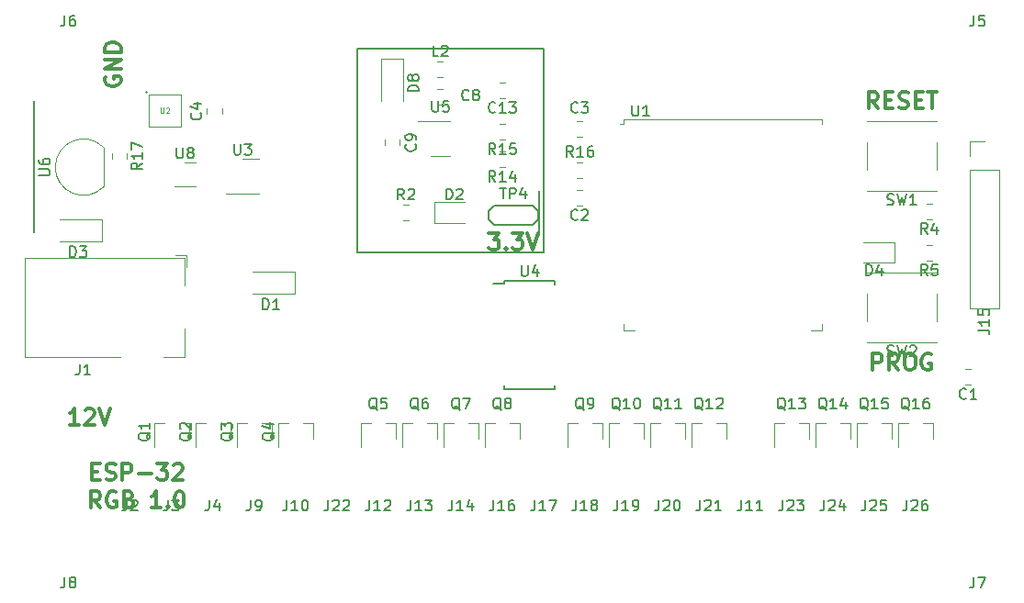
<source format=gbr>
G04 #@! TF.GenerationSoftware,KiCad,Pcbnew,(5.1.0-0)*
G04 #@! TF.CreationDate,2019-12-01T11:51:17+01:00*
G04 #@! TF.ProjectId,esp32,65737033-322e-46b6-9963-61645f706362,rev?*
G04 #@! TF.SameCoordinates,Original*
G04 #@! TF.FileFunction,Legend,Top*
G04 #@! TF.FilePolarity,Positive*
%FSLAX46Y46*%
G04 Gerber Fmt 4.6, Leading zero omitted, Abs format (unit mm)*
G04 Created by KiCad (PCBNEW (5.1.0-0)) date 2019-12-01 11:51:17*
%MOMM*%
%LPD*%
G04 APERTURE LIST*
%ADD10C,0.200000*%
%ADD11C,0.150000*%
%ADD12C,0.300000*%
%ADD13C,0.120000*%
%ADD14C,0.050000*%
G04 APERTURE END LIST*
D10*
X124587000Y-76708000D02*
X124587000Y-80772000D01*
D11*
X107845000Y-82390000D02*
X107845000Y-63594000D01*
X124990000Y-82390000D02*
X107845000Y-82390000D01*
X124990000Y-63594000D02*
X124990000Y-82390000D01*
X107845000Y-63594000D02*
X124990000Y-63594000D01*
X78000000Y-68420000D02*
X78000000Y-80485000D01*
D12*
X84594000Y-66166857D02*
X84522571Y-66309714D01*
X84522571Y-66524000D01*
X84594000Y-66738285D01*
X84736857Y-66881142D01*
X84879714Y-66952571D01*
X85165428Y-67024000D01*
X85379714Y-67024000D01*
X85665428Y-66952571D01*
X85808285Y-66881142D01*
X85951142Y-66738285D01*
X86022571Y-66524000D01*
X86022571Y-66381142D01*
X85951142Y-66166857D01*
X85879714Y-66095428D01*
X85379714Y-66095428D01*
X85379714Y-66381142D01*
X86022571Y-65452571D02*
X84522571Y-65452571D01*
X86022571Y-64595428D01*
X84522571Y-64595428D01*
X86022571Y-63881142D02*
X84522571Y-63881142D01*
X84522571Y-63524000D01*
X84594000Y-63309714D01*
X84736857Y-63166857D01*
X84879714Y-63095428D01*
X85165428Y-63024000D01*
X85379714Y-63024000D01*
X85665428Y-63095428D01*
X85808285Y-63166857D01*
X85951142Y-63309714D01*
X86022571Y-63524000D01*
X86022571Y-63881142D01*
X155331428Y-93228571D02*
X155331428Y-91728571D01*
X155902857Y-91728571D01*
X156045714Y-91800000D01*
X156117142Y-91871428D01*
X156188571Y-92014285D01*
X156188571Y-92228571D01*
X156117142Y-92371428D01*
X156045714Y-92442857D01*
X155902857Y-92514285D01*
X155331428Y-92514285D01*
X157688571Y-93228571D02*
X157188571Y-92514285D01*
X156831428Y-93228571D02*
X156831428Y-91728571D01*
X157402857Y-91728571D01*
X157545714Y-91800000D01*
X157617142Y-91871428D01*
X157688571Y-92014285D01*
X157688571Y-92228571D01*
X157617142Y-92371428D01*
X157545714Y-92442857D01*
X157402857Y-92514285D01*
X156831428Y-92514285D01*
X158617142Y-91728571D02*
X158902857Y-91728571D01*
X159045714Y-91800000D01*
X159188571Y-91942857D01*
X159260000Y-92228571D01*
X159260000Y-92728571D01*
X159188571Y-93014285D01*
X159045714Y-93157142D01*
X158902857Y-93228571D01*
X158617142Y-93228571D01*
X158474285Y-93157142D01*
X158331428Y-93014285D01*
X158260000Y-92728571D01*
X158260000Y-92228571D01*
X158331428Y-91942857D01*
X158474285Y-91800000D01*
X158617142Y-91728571D01*
X160688571Y-91800000D02*
X160545714Y-91728571D01*
X160331428Y-91728571D01*
X160117142Y-91800000D01*
X159974285Y-91942857D01*
X159902857Y-92085714D01*
X159831428Y-92371428D01*
X159831428Y-92585714D01*
X159902857Y-92871428D01*
X159974285Y-93014285D01*
X160117142Y-93157142D01*
X160331428Y-93228571D01*
X160474285Y-93228571D01*
X160688571Y-93157142D01*
X160760000Y-93085714D01*
X160760000Y-92585714D01*
X160474285Y-92585714D01*
X155831428Y-69098571D02*
X155331428Y-68384285D01*
X154974285Y-69098571D02*
X154974285Y-67598571D01*
X155545714Y-67598571D01*
X155688571Y-67670000D01*
X155760000Y-67741428D01*
X155831428Y-67884285D01*
X155831428Y-68098571D01*
X155760000Y-68241428D01*
X155688571Y-68312857D01*
X155545714Y-68384285D01*
X154974285Y-68384285D01*
X156474285Y-68312857D02*
X156974285Y-68312857D01*
X157188571Y-69098571D02*
X156474285Y-69098571D01*
X156474285Y-67598571D01*
X157188571Y-67598571D01*
X157760000Y-69027142D02*
X157974285Y-69098571D01*
X158331428Y-69098571D01*
X158474285Y-69027142D01*
X158545714Y-68955714D01*
X158617142Y-68812857D01*
X158617142Y-68670000D01*
X158545714Y-68527142D01*
X158474285Y-68455714D01*
X158331428Y-68384285D01*
X158045714Y-68312857D01*
X157902857Y-68241428D01*
X157831428Y-68170000D01*
X157760000Y-68027142D01*
X157760000Y-67884285D01*
X157831428Y-67741428D01*
X157902857Y-67670000D01*
X158045714Y-67598571D01*
X158402857Y-67598571D01*
X158617142Y-67670000D01*
X159260000Y-68312857D02*
X159760000Y-68312857D01*
X159974285Y-69098571D02*
X159260000Y-69098571D01*
X159260000Y-67598571D01*
X159974285Y-67598571D01*
X160402857Y-67598571D02*
X161260000Y-67598571D01*
X160831428Y-69098571D02*
X160831428Y-67598571D01*
X119959714Y-80585571D02*
X120888285Y-80585571D01*
X120388285Y-81157000D01*
X120602571Y-81157000D01*
X120745428Y-81228428D01*
X120816857Y-81299857D01*
X120888285Y-81442714D01*
X120888285Y-81799857D01*
X120816857Y-81942714D01*
X120745428Y-82014142D01*
X120602571Y-82085571D01*
X120174000Y-82085571D01*
X120031142Y-82014142D01*
X119959714Y-81942714D01*
X121531142Y-81942714D02*
X121602571Y-82014142D01*
X121531142Y-82085571D01*
X121459714Y-82014142D01*
X121531142Y-81942714D01*
X121531142Y-82085571D01*
X122102571Y-80585571D02*
X123031142Y-80585571D01*
X122531142Y-81157000D01*
X122745428Y-81157000D01*
X122888285Y-81228428D01*
X122959714Y-81299857D01*
X123031142Y-81442714D01*
X123031142Y-81799857D01*
X122959714Y-81942714D01*
X122888285Y-82014142D01*
X122745428Y-82085571D01*
X122316857Y-82085571D01*
X122174000Y-82014142D01*
X122102571Y-81942714D01*
X123459714Y-80585571D02*
X123959714Y-82085571D01*
X124459714Y-80585571D01*
X82151428Y-98308571D02*
X81294285Y-98308571D01*
X81722857Y-98308571D02*
X81722857Y-96808571D01*
X81580000Y-97022857D01*
X81437142Y-97165714D01*
X81294285Y-97237142D01*
X82722857Y-96951428D02*
X82794285Y-96880000D01*
X82937142Y-96808571D01*
X83294285Y-96808571D01*
X83437142Y-96880000D01*
X83508571Y-96951428D01*
X83580000Y-97094285D01*
X83580000Y-97237142D01*
X83508571Y-97451428D01*
X82651428Y-98308571D01*
X83580000Y-98308571D01*
X84008571Y-96808571D02*
X84508571Y-98308571D01*
X85008571Y-96808571D01*
X83382142Y-102597857D02*
X83882142Y-102597857D01*
X84096428Y-103383571D02*
X83382142Y-103383571D01*
X83382142Y-101883571D01*
X84096428Y-101883571D01*
X84667857Y-103312142D02*
X84882142Y-103383571D01*
X85239285Y-103383571D01*
X85382142Y-103312142D01*
X85453571Y-103240714D01*
X85525000Y-103097857D01*
X85525000Y-102955000D01*
X85453571Y-102812142D01*
X85382142Y-102740714D01*
X85239285Y-102669285D01*
X84953571Y-102597857D01*
X84810714Y-102526428D01*
X84739285Y-102455000D01*
X84667857Y-102312142D01*
X84667857Y-102169285D01*
X84739285Y-102026428D01*
X84810714Y-101955000D01*
X84953571Y-101883571D01*
X85310714Y-101883571D01*
X85525000Y-101955000D01*
X86167857Y-103383571D02*
X86167857Y-101883571D01*
X86739285Y-101883571D01*
X86882142Y-101955000D01*
X86953571Y-102026428D01*
X87025000Y-102169285D01*
X87025000Y-102383571D01*
X86953571Y-102526428D01*
X86882142Y-102597857D01*
X86739285Y-102669285D01*
X86167857Y-102669285D01*
X87667857Y-102812142D02*
X88810714Y-102812142D01*
X89382142Y-101883571D02*
X90310714Y-101883571D01*
X89810714Y-102455000D01*
X90025000Y-102455000D01*
X90167857Y-102526428D01*
X90239285Y-102597857D01*
X90310714Y-102740714D01*
X90310714Y-103097857D01*
X90239285Y-103240714D01*
X90167857Y-103312142D01*
X90025000Y-103383571D01*
X89596428Y-103383571D01*
X89453571Y-103312142D01*
X89382142Y-103240714D01*
X90882142Y-102026428D02*
X90953571Y-101955000D01*
X91096428Y-101883571D01*
X91453571Y-101883571D01*
X91596428Y-101955000D01*
X91667857Y-102026428D01*
X91739285Y-102169285D01*
X91739285Y-102312142D01*
X91667857Y-102526428D01*
X90810714Y-103383571D01*
X91739285Y-103383571D01*
X84132142Y-105933571D02*
X83632142Y-105219285D01*
X83275000Y-105933571D02*
X83275000Y-104433571D01*
X83846428Y-104433571D01*
X83989285Y-104505000D01*
X84060714Y-104576428D01*
X84132142Y-104719285D01*
X84132142Y-104933571D01*
X84060714Y-105076428D01*
X83989285Y-105147857D01*
X83846428Y-105219285D01*
X83275000Y-105219285D01*
X85560714Y-104505000D02*
X85417857Y-104433571D01*
X85203571Y-104433571D01*
X84989285Y-104505000D01*
X84846428Y-104647857D01*
X84775000Y-104790714D01*
X84703571Y-105076428D01*
X84703571Y-105290714D01*
X84775000Y-105576428D01*
X84846428Y-105719285D01*
X84989285Y-105862142D01*
X85203571Y-105933571D01*
X85346428Y-105933571D01*
X85560714Y-105862142D01*
X85632142Y-105790714D01*
X85632142Y-105290714D01*
X85346428Y-105290714D01*
X86775000Y-105147857D02*
X86989285Y-105219285D01*
X87060714Y-105290714D01*
X87132142Y-105433571D01*
X87132142Y-105647857D01*
X87060714Y-105790714D01*
X86989285Y-105862142D01*
X86846428Y-105933571D01*
X86275000Y-105933571D01*
X86275000Y-104433571D01*
X86775000Y-104433571D01*
X86917857Y-104505000D01*
X86989285Y-104576428D01*
X87060714Y-104719285D01*
X87060714Y-104862142D01*
X86989285Y-105005000D01*
X86917857Y-105076428D01*
X86775000Y-105147857D01*
X86275000Y-105147857D01*
X89703571Y-105933571D02*
X88846428Y-105933571D01*
X89275000Y-105933571D02*
X89275000Y-104433571D01*
X89132142Y-104647857D01*
X88989285Y-104790714D01*
X88846428Y-104862142D01*
X90346428Y-105790714D02*
X90417857Y-105862142D01*
X90346428Y-105933571D01*
X90275000Y-105862142D01*
X90346428Y-105790714D01*
X90346428Y-105933571D01*
X91346428Y-104433571D02*
X91489285Y-104433571D01*
X91632142Y-104505000D01*
X91703571Y-104576428D01*
X91775000Y-104719285D01*
X91846428Y-105005000D01*
X91846428Y-105362142D01*
X91775000Y-105647857D01*
X91703571Y-105790714D01*
X91632142Y-105862142D01*
X91489285Y-105933571D01*
X91346428Y-105933571D01*
X91203571Y-105862142D01*
X91132142Y-105790714D01*
X91060714Y-105647857D01*
X90989285Y-105362142D01*
X90989285Y-105005000D01*
X91060714Y-104719285D01*
X91132142Y-104576428D01*
X91203571Y-104505000D01*
X91346428Y-104433571D01*
D13*
X132380000Y-88950000D02*
X132380000Y-89570000D01*
X132380000Y-89570000D02*
X133380000Y-89570000D01*
X150620000Y-88950000D02*
X150620000Y-89570000D01*
X150620000Y-89570000D02*
X149620000Y-89570000D01*
X132380000Y-70130000D02*
X150620000Y-70130000D01*
X150620000Y-70130000D02*
X150620000Y-70550000D01*
X132380000Y-70130000D02*
X132380000Y-70550000D01*
X132380000Y-70550000D02*
X132000000Y-70550000D01*
X84314000Y-81358000D02*
X80414000Y-81358000D01*
X84314000Y-79358000D02*
X80414000Y-79358000D01*
X84314000Y-81358000D02*
X84314000Y-79358000D01*
X102094000Y-86184000D02*
X98194000Y-86184000D01*
X102094000Y-84184000D02*
X98194000Y-84184000D01*
X102094000Y-86184000D02*
X102094000Y-84184000D01*
X84410478Y-72677522D02*
G75*
G03X79972000Y-74516000I-1838478J-1838478D01*
G01*
X84410478Y-76354478D02*
G75*
G02X79972000Y-74516000I-1838478J1838478D01*
G01*
X84422000Y-76316000D02*
X84422000Y-72716000D01*
D11*
X121395000Y-85260000D02*
X120320000Y-85260000D01*
X121395000Y-94985000D02*
X126045000Y-94985000D01*
X121395000Y-85035000D02*
X126045000Y-85035000D01*
X121395000Y-94985000D02*
X121395000Y-94660000D01*
X126045000Y-94985000D02*
X126045000Y-94660000D01*
X126045000Y-85035000D02*
X126045000Y-85360000D01*
X121395000Y-85035000D02*
X121395000Y-85260000D01*
D13*
X160860000Y-98140000D02*
X160860000Y-99600000D01*
X157700000Y-98140000D02*
X157700000Y-100300000D01*
X157700000Y-98140000D02*
X158630000Y-98140000D01*
X160860000Y-98140000D02*
X159930000Y-98140000D01*
X157050000Y-98140000D02*
X157050000Y-99600000D01*
X153890000Y-98140000D02*
X153890000Y-100300000D01*
X153890000Y-98140000D02*
X154820000Y-98140000D01*
X157050000Y-98140000D02*
X156120000Y-98140000D01*
X153240000Y-98140000D02*
X153240000Y-99600000D01*
X150080000Y-98140000D02*
X150080000Y-100300000D01*
X150080000Y-98140000D02*
X151010000Y-98140000D01*
X153240000Y-98140000D02*
X152310000Y-98140000D01*
X149430000Y-98140000D02*
X149430000Y-99600000D01*
X146270000Y-98140000D02*
X146270000Y-100300000D01*
X146270000Y-98140000D02*
X147200000Y-98140000D01*
X149430000Y-98140000D02*
X148500000Y-98140000D01*
X141810000Y-98140000D02*
X141810000Y-99600000D01*
X138650000Y-98140000D02*
X138650000Y-100300000D01*
X138650000Y-98140000D02*
X139580000Y-98140000D01*
X141810000Y-98140000D02*
X140880000Y-98140000D01*
X138000000Y-98140000D02*
X138000000Y-99600000D01*
X134840000Y-98140000D02*
X134840000Y-100300000D01*
X134840000Y-98140000D02*
X135770000Y-98140000D01*
X138000000Y-98140000D02*
X137070000Y-98140000D01*
X134190000Y-98140000D02*
X134190000Y-99600000D01*
X131030000Y-98140000D02*
X131030000Y-100300000D01*
X131030000Y-98140000D02*
X131960000Y-98140000D01*
X134190000Y-98140000D02*
X133260000Y-98140000D01*
X130380000Y-98140000D02*
X130380000Y-99600000D01*
X127220000Y-98140000D02*
X127220000Y-100300000D01*
X127220000Y-98140000D02*
X128150000Y-98140000D01*
X130380000Y-98140000D02*
X129450000Y-98140000D01*
X122760000Y-98140000D02*
X122760000Y-99600000D01*
X119600000Y-98140000D02*
X119600000Y-100300000D01*
X119600000Y-98140000D02*
X120530000Y-98140000D01*
X122760000Y-98140000D02*
X121830000Y-98140000D01*
X118950000Y-98140000D02*
X118950000Y-99600000D01*
X115790000Y-98140000D02*
X115790000Y-100300000D01*
X115790000Y-98140000D02*
X116720000Y-98140000D01*
X118950000Y-98140000D02*
X118020000Y-98140000D01*
X115140000Y-98140000D02*
X115140000Y-99600000D01*
X111980000Y-98140000D02*
X111980000Y-100300000D01*
X111980000Y-98140000D02*
X112910000Y-98140000D01*
X115140000Y-98140000D02*
X114210000Y-98140000D01*
X111330000Y-98140000D02*
X111330000Y-99600000D01*
X108170000Y-98140000D02*
X108170000Y-100300000D01*
X108170000Y-98140000D02*
X109100000Y-98140000D01*
X111330000Y-98140000D02*
X110400000Y-98140000D01*
X103710000Y-98140000D02*
X103710000Y-99600000D01*
X100550000Y-98140000D02*
X100550000Y-100300000D01*
X100550000Y-98140000D02*
X101480000Y-98140000D01*
X103710000Y-98140000D02*
X102780000Y-98140000D01*
X99900000Y-98140000D02*
X99900000Y-99600000D01*
X96740000Y-98140000D02*
X96740000Y-100300000D01*
X96740000Y-98140000D02*
X97670000Y-98140000D01*
X99900000Y-98140000D02*
X98970000Y-98140000D01*
X96090000Y-98140000D02*
X96090000Y-99600000D01*
X92930000Y-98140000D02*
X92930000Y-100300000D01*
X92930000Y-98140000D02*
X93860000Y-98140000D01*
X96090000Y-98140000D02*
X95160000Y-98140000D01*
X92280000Y-98140000D02*
X92280000Y-99600000D01*
X89120000Y-98140000D02*
X89120000Y-100300000D01*
X89120000Y-98140000D02*
X90050000Y-98140000D01*
X92280000Y-98140000D02*
X91350000Y-98140000D01*
X90922500Y-76294000D02*
X92922500Y-76294000D01*
X91922500Y-74074000D02*
X92922500Y-74074000D01*
X85164000Y-73238748D02*
X85164000Y-73761252D01*
X86584000Y-73238748D02*
X86584000Y-73761252D01*
X128030748Y-75480000D02*
X128553252Y-75480000D01*
X128030748Y-74060000D02*
X128553252Y-74060000D01*
X112020000Y-64519000D02*
X112020000Y-68419000D01*
X110020000Y-64519000D02*
X110020000Y-68419000D01*
X112020000Y-64519000D02*
X110020000Y-64519000D01*
X116365000Y-70239000D02*
X113415000Y-70239000D01*
X114565000Y-73459000D02*
X116365000Y-73459000D01*
X121441252Y-70504000D02*
X120918748Y-70504000D01*
X121441252Y-71924000D02*
X120918748Y-71924000D01*
X121441252Y-73044000D02*
X120918748Y-73044000D01*
X121441252Y-74464000D02*
X120918748Y-74464000D01*
X115203748Y-66209000D02*
X115726252Y-66209000D01*
X115203748Y-64789000D02*
X115726252Y-64789000D01*
X121441252Y-66694000D02*
X120918748Y-66694000D01*
X121441252Y-68114000D02*
X120918748Y-68114000D01*
X115726252Y-67329000D02*
X115203748Y-67329000D01*
X115726252Y-68749000D02*
X115203748Y-68749000D01*
X111730000Y-72500252D02*
X111730000Y-71977748D01*
X110310000Y-72500252D02*
X110310000Y-71977748D01*
X160811252Y-81680000D02*
X160288748Y-81680000D01*
X160811252Y-83100000D02*
X160288748Y-83100000D01*
X112037748Y-79417000D02*
X112560252Y-79417000D01*
X112037748Y-77997000D02*
X112560252Y-77997000D01*
X157330000Y-81430000D02*
X154470000Y-81430000D01*
X157330000Y-83350000D02*
X157330000Y-81430000D01*
X154470000Y-83350000D02*
X157330000Y-83350000D01*
X114884000Y-79667000D02*
X117744000Y-79667000D01*
X114884000Y-77747000D02*
X114884000Y-79667000D01*
X117744000Y-77747000D02*
X114884000Y-77747000D01*
X160811252Y-77870000D02*
X160288748Y-77870000D01*
X160811252Y-79290000D02*
X160288748Y-79290000D01*
X164376252Y-93110000D02*
X163853748Y-93110000D01*
X164376252Y-94530000D02*
X163853748Y-94530000D01*
X128553252Y-76600000D02*
X128030748Y-76600000D01*
X128553252Y-78020000D02*
X128030748Y-78020000D01*
X161240000Y-70270000D02*
X154780000Y-70270000D01*
X161240000Y-74800000D02*
X161240000Y-72200000D01*
X161240000Y-76730000D02*
X154780000Y-76730000D01*
X154780000Y-74800000D02*
X154780000Y-72200000D01*
X161240000Y-76700000D02*
X161240000Y-76730000D01*
X161240000Y-70270000D02*
X161240000Y-70300000D01*
X154780000Y-70270000D02*
X154780000Y-70300000D01*
X154780000Y-76730000D02*
X154780000Y-76700000D01*
X154780000Y-90700000D02*
X154780000Y-90670000D01*
X154780000Y-84240000D02*
X154780000Y-84270000D01*
X161240000Y-84240000D02*
X161240000Y-84270000D01*
X161240000Y-90670000D02*
X161240000Y-90700000D01*
X154780000Y-88770000D02*
X154780000Y-86170000D01*
X161240000Y-90700000D02*
X154780000Y-90700000D01*
X161240000Y-88770000D02*
X161240000Y-86170000D01*
X161240000Y-84240000D02*
X154780000Y-84240000D01*
X95355000Y-69605252D02*
X95355000Y-69082748D01*
X93935000Y-69605252D02*
X93935000Y-69082748D01*
X128553252Y-70250000D02*
X128030748Y-70250000D01*
X128553252Y-71670000D02*
X128030748Y-71670000D01*
D11*
X119896000Y-78561000D02*
X120396000Y-78061000D01*
X119896000Y-79361000D02*
X119896000Y-78561000D01*
X120396000Y-79861000D02*
X119896000Y-79361000D01*
X123996000Y-79861000D02*
X120396000Y-79861000D01*
X124496000Y-79361000D02*
X123996000Y-79861000D01*
X124496000Y-78561000D02*
X124496000Y-79361000D01*
X123996000Y-78061000D02*
X124496000Y-78561000D01*
X120396000Y-78061000D02*
X123996000Y-78061000D01*
D13*
X92085000Y-83720000D02*
X92085000Y-82670000D01*
X91035000Y-82670000D02*
X92085000Y-82670000D01*
X85985000Y-92070000D02*
X77185000Y-92070000D01*
X77185000Y-92070000D02*
X77185000Y-82870000D01*
X91885000Y-89370000D02*
X91885000Y-92070000D01*
X91885000Y-92070000D02*
X89985000Y-92070000D01*
X77185000Y-82870000D02*
X91885000Y-82870000D01*
X91885000Y-82870000D02*
X91885000Y-85470000D01*
X97225000Y-73764000D02*
X98725000Y-73764000D01*
X95725000Y-76984000D02*
X98725000Y-76984000D01*
X164300000Y-72170000D02*
X165630000Y-72170000D01*
X164300000Y-73500000D02*
X164300000Y-72170000D01*
X164300000Y-74770000D02*
X166960000Y-74770000D01*
X166960000Y-74770000D02*
X166960000Y-87530000D01*
X164300000Y-74770000D02*
X164300000Y-87530000D01*
X164300000Y-87530000D02*
X166960000Y-87530000D01*
D14*
X88565000Y-70809000D02*
X88565000Y-67809000D01*
X91565000Y-70809000D02*
X88565000Y-70809000D01*
X91565000Y-67809000D02*
X91565000Y-70809000D01*
X88565000Y-67809000D02*
X91565000Y-67809000D01*
X88465000Y-67609000D02*
G75*
G03X88465000Y-67609000I-100000J0D01*
G01*
D11*
X133158095Y-68802380D02*
X133158095Y-69611904D01*
X133205714Y-69707142D01*
X133253333Y-69754761D01*
X133348571Y-69802380D01*
X133539047Y-69802380D01*
X133634285Y-69754761D01*
X133681904Y-69707142D01*
X133729523Y-69611904D01*
X133729523Y-68802380D01*
X134729523Y-69802380D02*
X134158095Y-69802380D01*
X134443809Y-69802380D02*
X134443809Y-68802380D01*
X134348571Y-68945238D01*
X134253333Y-69040476D01*
X134158095Y-69088095D01*
X81325904Y-82810380D02*
X81325904Y-81810380D01*
X81564000Y-81810380D01*
X81706857Y-81858000D01*
X81802095Y-81953238D01*
X81849714Y-82048476D01*
X81897333Y-82238952D01*
X81897333Y-82381809D01*
X81849714Y-82572285D01*
X81802095Y-82667523D01*
X81706857Y-82762761D01*
X81564000Y-82810380D01*
X81325904Y-82810380D01*
X82230666Y-81810380D02*
X82849714Y-81810380D01*
X82516380Y-82191333D01*
X82659238Y-82191333D01*
X82754476Y-82238952D01*
X82802095Y-82286571D01*
X82849714Y-82381809D01*
X82849714Y-82619904D01*
X82802095Y-82715142D01*
X82754476Y-82762761D01*
X82659238Y-82810380D01*
X82373523Y-82810380D01*
X82278285Y-82762761D01*
X82230666Y-82715142D01*
X99105904Y-87636380D02*
X99105904Y-86636380D01*
X99344000Y-86636380D01*
X99486857Y-86684000D01*
X99582095Y-86779238D01*
X99629714Y-86874476D01*
X99677333Y-87064952D01*
X99677333Y-87207809D01*
X99629714Y-87398285D01*
X99582095Y-87493523D01*
X99486857Y-87588761D01*
X99344000Y-87636380D01*
X99105904Y-87636380D01*
X100629714Y-87636380D02*
X100058285Y-87636380D01*
X100344000Y-87636380D02*
X100344000Y-86636380D01*
X100248761Y-86779238D01*
X100153523Y-86874476D01*
X100058285Y-86922095D01*
X78464380Y-75277904D02*
X79273904Y-75277904D01*
X79369142Y-75230285D01*
X79416761Y-75182666D01*
X79464380Y-75087428D01*
X79464380Y-74896952D01*
X79416761Y-74801714D01*
X79369142Y-74754095D01*
X79273904Y-74706476D01*
X78464380Y-74706476D01*
X78464380Y-73801714D02*
X78464380Y-73992190D01*
X78512000Y-74087428D01*
X78559619Y-74135047D01*
X78702476Y-74230285D01*
X78892952Y-74277904D01*
X79273904Y-74277904D01*
X79369142Y-74230285D01*
X79416761Y-74182666D01*
X79464380Y-74087428D01*
X79464380Y-73896952D01*
X79416761Y-73801714D01*
X79369142Y-73754095D01*
X79273904Y-73706476D01*
X79035809Y-73706476D01*
X78940571Y-73754095D01*
X78892952Y-73801714D01*
X78845333Y-73896952D01*
X78845333Y-74087428D01*
X78892952Y-74182666D01*
X78940571Y-74230285D01*
X79035809Y-74277904D01*
X105130476Y-105202380D02*
X105130476Y-105916666D01*
X105082857Y-106059523D01*
X104987619Y-106154761D01*
X104844761Y-106202380D01*
X104749523Y-106202380D01*
X105559047Y-105297619D02*
X105606666Y-105250000D01*
X105701904Y-105202380D01*
X105940000Y-105202380D01*
X106035238Y-105250000D01*
X106082857Y-105297619D01*
X106130476Y-105392857D01*
X106130476Y-105488095D01*
X106082857Y-105630952D01*
X105511428Y-106202380D01*
X106130476Y-106202380D01*
X106511428Y-105297619D02*
X106559047Y-105250000D01*
X106654285Y-105202380D01*
X106892380Y-105202380D01*
X106987619Y-105250000D01*
X107035238Y-105297619D01*
X107082857Y-105392857D01*
X107082857Y-105488095D01*
X107035238Y-105630952D01*
X106463809Y-106202380D01*
X107082857Y-106202380D01*
X124180476Y-105202380D02*
X124180476Y-105916666D01*
X124132857Y-106059523D01*
X124037619Y-106154761D01*
X123894761Y-106202380D01*
X123799523Y-106202380D01*
X125180476Y-106202380D02*
X124609047Y-106202380D01*
X124894761Y-106202380D02*
X124894761Y-105202380D01*
X124799523Y-105345238D01*
X124704285Y-105440476D01*
X124609047Y-105488095D01*
X125513809Y-105202380D02*
X126180476Y-105202380D01*
X125751904Y-106202380D01*
X143230476Y-105202380D02*
X143230476Y-105916666D01*
X143182857Y-106059523D01*
X143087619Y-106154761D01*
X142944761Y-106202380D01*
X142849523Y-106202380D01*
X144230476Y-106202380D02*
X143659047Y-106202380D01*
X143944761Y-106202380D02*
X143944761Y-105202380D01*
X143849523Y-105345238D01*
X143754285Y-105440476D01*
X143659047Y-105488095D01*
X145182857Y-106202380D02*
X144611428Y-106202380D01*
X144897142Y-106202380D02*
X144897142Y-105202380D01*
X144801904Y-105345238D01*
X144706666Y-105440476D01*
X144611428Y-105488095D01*
X94176666Y-105202380D02*
X94176666Y-105916666D01*
X94129047Y-106059523D01*
X94033809Y-106154761D01*
X93890952Y-106202380D01*
X93795714Y-106202380D01*
X95081428Y-105535714D02*
X95081428Y-106202380D01*
X94843333Y-105154761D02*
X94605238Y-105869047D01*
X95224285Y-105869047D01*
X90366666Y-105202380D02*
X90366666Y-105916666D01*
X90319047Y-106059523D01*
X90223809Y-106154761D01*
X90080952Y-106202380D01*
X89985714Y-106202380D01*
X90747619Y-105202380D02*
X91366666Y-105202380D01*
X91033333Y-105583333D01*
X91176190Y-105583333D01*
X91271428Y-105630952D01*
X91319047Y-105678571D01*
X91366666Y-105773809D01*
X91366666Y-106011904D01*
X91319047Y-106107142D01*
X91271428Y-106154761D01*
X91176190Y-106202380D01*
X90890476Y-106202380D01*
X90795238Y-106154761D01*
X90747619Y-106107142D01*
X86556666Y-105202380D02*
X86556666Y-105916666D01*
X86509047Y-106059523D01*
X86413809Y-106154761D01*
X86270952Y-106202380D01*
X86175714Y-106202380D01*
X86985238Y-105297619D02*
X87032857Y-105250000D01*
X87128095Y-105202380D01*
X87366190Y-105202380D01*
X87461428Y-105250000D01*
X87509047Y-105297619D01*
X87556666Y-105392857D01*
X87556666Y-105488095D01*
X87509047Y-105630952D01*
X86937619Y-106202380D01*
X87556666Y-106202380D01*
X122958095Y-83562380D02*
X122958095Y-84371904D01*
X123005714Y-84467142D01*
X123053333Y-84514761D01*
X123148571Y-84562380D01*
X123339047Y-84562380D01*
X123434285Y-84514761D01*
X123481904Y-84467142D01*
X123529523Y-84371904D01*
X123529523Y-83562380D01*
X124434285Y-83895714D02*
X124434285Y-84562380D01*
X124196190Y-83514761D02*
X123958095Y-84229047D01*
X124577142Y-84229047D01*
X158708571Y-96907619D02*
X158613333Y-96860000D01*
X158518095Y-96764761D01*
X158375238Y-96621904D01*
X158280000Y-96574285D01*
X158184761Y-96574285D01*
X158232380Y-96812380D02*
X158137142Y-96764761D01*
X158041904Y-96669523D01*
X157994285Y-96479047D01*
X157994285Y-96145714D01*
X158041904Y-95955238D01*
X158137142Y-95860000D01*
X158232380Y-95812380D01*
X158422857Y-95812380D01*
X158518095Y-95860000D01*
X158613333Y-95955238D01*
X158660952Y-96145714D01*
X158660952Y-96479047D01*
X158613333Y-96669523D01*
X158518095Y-96764761D01*
X158422857Y-96812380D01*
X158232380Y-96812380D01*
X159613333Y-96812380D02*
X159041904Y-96812380D01*
X159327619Y-96812380D02*
X159327619Y-95812380D01*
X159232380Y-95955238D01*
X159137142Y-96050476D01*
X159041904Y-96098095D01*
X160470476Y-95812380D02*
X160280000Y-95812380D01*
X160184761Y-95860000D01*
X160137142Y-95907619D01*
X160041904Y-96050476D01*
X159994285Y-96240952D01*
X159994285Y-96621904D01*
X160041904Y-96717142D01*
X160089523Y-96764761D01*
X160184761Y-96812380D01*
X160375238Y-96812380D01*
X160470476Y-96764761D01*
X160518095Y-96717142D01*
X160565714Y-96621904D01*
X160565714Y-96383809D01*
X160518095Y-96288571D01*
X160470476Y-96240952D01*
X160375238Y-96193333D01*
X160184761Y-96193333D01*
X160089523Y-96240952D01*
X160041904Y-96288571D01*
X159994285Y-96383809D01*
X154898571Y-96907619D02*
X154803333Y-96860000D01*
X154708095Y-96764761D01*
X154565238Y-96621904D01*
X154470000Y-96574285D01*
X154374761Y-96574285D01*
X154422380Y-96812380D02*
X154327142Y-96764761D01*
X154231904Y-96669523D01*
X154184285Y-96479047D01*
X154184285Y-96145714D01*
X154231904Y-95955238D01*
X154327142Y-95860000D01*
X154422380Y-95812380D01*
X154612857Y-95812380D01*
X154708095Y-95860000D01*
X154803333Y-95955238D01*
X154850952Y-96145714D01*
X154850952Y-96479047D01*
X154803333Y-96669523D01*
X154708095Y-96764761D01*
X154612857Y-96812380D01*
X154422380Y-96812380D01*
X155803333Y-96812380D02*
X155231904Y-96812380D01*
X155517619Y-96812380D02*
X155517619Y-95812380D01*
X155422380Y-95955238D01*
X155327142Y-96050476D01*
X155231904Y-96098095D01*
X156708095Y-95812380D02*
X156231904Y-95812380D01*
X156184285Y-96288571D01*
X156231904Y-96240952D01*
X156327142Y-96193333D01*
X156565238Y-96193333D01*
X156660476Y-96240952D01*
X156708095Y-96288571D01*
X156755714Y-96383809D01*
X156755714Y-96621904D01*
X156708095Y-96717142D01*
X156660476Y-96764761D01*
X156565238Y-96812380D01*
X156327142Y-96812380D01*
X156231904Y-96764761D01*
X156184285Y-96717142D01*
X151088571Y-96907619D02*
X150993333Y-96860000D01*
X150898095Y-96764761D01*
X150755238Y-96621904D01*
X150660000Y-96574285D01*
X150564761Y-96574285D01*
X150612380Y-96812380D02*
X150517142Y-96764761D01*
X150421904Y-96669523D01*
X150374285Y-96479047D01*
X150374285Y-96145714D01*
X150421904Y-95955238D01*
X150517142Y-95860000D01*
X150612380Y-95812380D01*
X150802857Y-95812380D01*
X150898095Y-95860000D01*
X150993333Y-95955238D01*
X151040952Y-96145714D01*
X151040952Y-96479047D01*
X150993333Y-96669523D01*
X150898095Y-96764761D01*
X150802857Y-96812380D01*
X150612380Y-96812380D01*
X151993333Y-96812380D02*
X151421904Y-96812380D01*
X151707619Y-96812380D02*
X151707619Y-95812380D01*
X151612380Y-95955238D01*
X151517142Y-96050476D01*
X151421904Y-96098095D01*
X152850476Y-96145714D02*
X152850476Y-96812380D01*
X152612380Y-95764761D02*
X152374285Y-96479047D01*
X152993333Y-96479047D01*
X147278571Y-96907619D02*
X147183333Y-96860000D01*
X147088095Y-96764761D01*
X146945238Y-96621904D01*
X146850000Y-96574285D01*
X146754761Y-96574285D01*
X146802380Y-96812380D02*
X146707142Y-96764761D01*
X146611904Y-96669523D01*
X146564285Y-96479047D01*
X146564285Y-96145714D01*
X146611904Y-95955238D01*
X146707142Y-95860000D01*
X146802380Y-95812380D01*
X146992857Y-95812380D01*
X147088095Y-95860000D01*
X147183333Y-95955238D01*
X147230952Y-96145714D01*
X147230952Y-96479047D01*
X147183333Y-96669523D01*
X147088095Y-96764761D01*
X146992857Y-96812380D01*
X146802380Y-96812380D01*
X148183333Y-96812380D02*
X147611904Y-96812380D01*
X147897619Y-96812380D02*
X147897619Y-95812380D01*
X147802380Y-95955238D01*
X147707142Y-96050476D01*
X147611904Y-96098095D01*
X148516666Y-95812380D02*
X149135714Y-95812380D01*
X148802380Y-96193333D01*
X148945238Y-96193333D01*
X149040476Y-96240952D01*
X149088095Y-96288571D01*
X149135714Y-96383809D01*
X149135714Y-96621904D01*
X149088095Y-96717142D01*
X149040476Y-96764761D01*
X148945238Y-96812380D01*
X148659523Y-96812380D01*
X148564285Y-96764761D01*
X148516666Y-96717142D01*
X139658571Y-96907619D02*
X139563333Y-96860000D01*
X139468095Y-96764761D01*
X139325238Y-96621904D01*
X139230000Y-96574285D01*
X139134761Y-96574285D01*
X139182380Y-96812380D02*
X139087142Y-96764761D01*
X138991904Y-96669523D01*
X138944285Y-96479047D01*
X138944285Y-96145714D01*
X138991904Y-95955238D01*
X139087142Y-95860000D01*
X139182380Y-95812380D01*
X139372857Y-95812380D01*
X139468095Y-95860000D01*
X139563333Y-95955238D01*
X139610952Y-96145714D01*
X139610952Y-96479047D01*
X139563333Y-96669523D01*
X139468095Y-96764761D01*
X139372857Y-96812380D01*
X139182380Y-96812380D01*
X140563333Y-96812380D02*
X139991904Y-96812380D01*
X140277619Y-96812380D02*
X140277619Y-95812380D01*
X140182380Y-95955238D01*
X140087142Y-96050476D01*
X139991904Y-96098095D01*
X140944285Y-95907619D02*
X140991904Y-95860000D01*
X141087142Y-95812380D01*
X141325238Y-95812380D01*
X141420476Y-95860000D01*
X141468095Y-95907619D01*
X141515714Y-96002857D01*
X141515714Y-96098095D01*
X141468095Y-96240952D01*
X140896666Y-96812380D01*
X141515714Y-96812380D01*
X135848571Y-96907619D02*
X135753333Y-96860000D01*
X135658095Y-96764761D01*
X135515238Y-96621904D01*
X135420000Y-96574285D01*
X135324761Y-96574285D01*
X135372380Y-96812380D02*
X135277142Y-96764761D01*
X135181904Y-96669523D01*
X135134285Y-96479047D01*
X135134285Y-96145714D01*
X135181904Y-95955238D01*
X135277142Y-95860000D01*
X135372380Y-95812380D01*
X135562857Y-95812380D01*
X135658095Y-95860000D01*
X135753333Y-95955238D01*
X135800952Y-96145714D01*
X135800952Y-96479047D01*
X135753333Y-96669523D01*
X135658095Y-96764761D01*
X135562857Y-96812380D01*
X135372380Y-96812380D01*
X136753333Y-96812380D02*
X136181904Y-96812380D01*
X136467619Y-96812380D02*
X136467619Y-95812380D01*
X136372380Y-95955238D01*
X136277142Y-96050476D01*
X136181904Y-96098095D01*
X137705714Y-96812380D02*
X137134285Y-96812380D01*
X137420000Y-96812380D02*
X137420000Y-95812380D01*
X137324761Y-95955238D01*
X137229523Y-96050476D01*
X137134285Y-96098095D01*
X132038571Y-96907619D02*
X131943333Y-96860000D01*
X131848095Y-96764761D01*
X131705238Y-96621904D01*
X131610000Y-96574285D01*
X131514761Y-96574285D01*
X131562380Y-96812380D02*
X131467142Y-96764761D01*
X131371904Y-96669523D01*
X131324285Y-96479047D01*
X131324285Y-96145714D01*
X131371904Y-95955238D01*
X131467142Y-95860000D01*
X131562380Y-95812380D01*
X131752857Y-95812380D01*
X131848095Y-95860000D01*
X131943333Y-95955238D01*
X131990952Y-96145714D01*
X131990952Y-96479047D01*
X131943333Y-96669523D01*
X131848095Y-96764761D01*
X131752857Y-96812380D01*
X131562380Y-96812380D01*
X132943333Y-96812380D02*
X132371904Y-96812380D01*
X132657619Y-96812380D02*
X132657619Y-95812380D01*
X132562380Y-95955238D01*
X132467142Y-96050476D01*
X132371904Y-96098095D01*
X133562380Y-95812380D02*
X133657619Y-95812380D01*
X133752857Y-95860000D01*
X133800476Y-95907619D01*
X133848095Y-96002857D01*
X133895714Y-96193333D01*
X133895714Y-96431428D01*
X133848095Y-96621904D01*
X133800476Y-96717142D01*
X133752857Y-96764761D01*
X133657619Y-96812380D01*
X133562380Y-96812380D01*
X133467142Y-96764761D01*
X133419523Y-96717142D01*
X133371904Y-96621904D01*
X133324285Y-96431428D01*
X133324285Y-96193333D01*
X133371904Y-96002857D01*
X133419523Y-95907619D01*
X133467142Y-95860000D01*
X133562380Y-95812380D01*
X128704761Y-96907619D02*
X128609523Y-96860000D01*
X128514285Y-96764761D01*
X128371428Y-96621904D01*
X128276190Y-96574285D01*
X128180952Y-96574285D01*
X128228571Y-96812380D02*
X128133333Y-96764761D01*
X128038095Y-96669523D01*
X127990476Y-96479047D01*
X127990476Y-96145714D01*
X128038095Y-95955238D01*
X128133333Y-95860000D01*
X128228571Y-95812380D01*
X128419047Y-95812380D01*
X128514285Y-95860000D01*
X128609523Y-95955238D01*
X128657142Y-96145714D01*
X128657142Y-96479047D01*
X128609523Y-96669523D01*
X128514285Y-96764761D01*
X128419047Y-96812380D01*
X128228571Y-96812380D01*
X129133333Y-96812380D02*
X129323809Y-96812380D01*
X129419047Y-96764761D01*
X129466666Y-96717142D01*
X129561904Y-96574285D01*
X129609523Y-96383809D01*
X129609523Y-96002857D01*
X129561904Y-95907619D01*
X129514285Y-95860000D01*
X129419047Y-95812380D01*
X129228571Y-95812380D01*
X129133333Y-95860000D01*
X129085714Y-95907619D01*
X129038095Y-96002857D01*
X129038095Y-96240952D01*
X129085714Y-96336190D01*
X129133333Y-96383809D01*
X129228571Y-96431428D01*
X129419047Y-96431428D01*
X129514285Y-96383809D01*
X129561904Y-96336190D01*
X129609523Y-96240952D01*
X121084761Y-96907619D02*
X120989523Y-96860000D01*
X120894285Y-96764761D01*
X120751428Y-96621904D01*
X120656190Y-96574285D01*
X120560952Y-96574285D01*
X120608571Y-96812380D02*
X120513333Y-96764761D01*
X120418095Y-96669523D01*
X120370476Y-96479047D01*
X120370476Y-96145714D01*
X120418095Y-95955238D01*
X120513333Y-95860000D01*
X120608571Y-95812380D01*
X120799047Y-95812380D01*
X120894285Y-95860000D01*
X120989523Y-95955238D01*
X121037142Y-96145714D01*
X121037142Y-96479047D01*
X120989523Y-96669523D01*
X120894285Y-96764761D01*
X120799047Y-96812380D01*
X120608571Y-96812380D01*
X121608571Y-96240952D02*
X121513333Y-96193333D01*
X121465714Y-96145714D01*
X121418095Y-96050476D01*
X121418095Y-96002857D01*
X121465714Y-95907619D01*
X121513333Y-95860000D01*
X121608571Y-95812380D01*
X121799047Y-95812380D01*
X121894285Y-95860000D01*
X121941904Y-95907619D01*
X121989523Y-96002857D01*
X121989523Y-96050476D01*
X121941904Y-96145714D01*
X121894285Y-96193333D01*
X121799047Y-96240952D01*
X121608571Y-96240952D01*
X121513333Y-96288571D01*
X121465714Y-96336190D01*
X121418095Y-96431428D01*
X121418095Y-96621904D01*
X121465714Y-96717142D01*
X121513333Y-96764761D01*
X121608571Y-96812380D01*
X121799047Y-96812380D01*
X121894285Y-96764761D01*
X121941904Y-96717142D01*
X121989523Y-96621904D01*
X121989523Y-96431428D01*
X121941904Y-96336190D01*
X121894285Y-96288571D01*
X121799047Y-96240952D01*
X117274761Y-96907619D02*
X117179523Y-96860000D01*
X117084285Y-96764761D01*
X116941428Y-96621904D01*
X116846190Y-96574285D01*
X116750952Y-96574285D01*
X116798571Y-96812380D02*
X116703333Y-96764761D01*
X116608095Y-96669523D01*
X116560476Y-96479047D01*
X116560476Y-96145714D01*
X116608095Y-95955238D01*
X116703333Y-95860000D01*
X116798571Y-95812380D01*
X116989047Y-95812380D01*
X117084285Y-95860000D01*
X117179523Y-95955238D01*
X117227142Y-96145714D01*
X117227142Y-96479047D01*
X117179523Y-96669523D01*
X117084285Y-96764761D01*
X116989047Y-96812380D01*
X116798571Y-96812380D01*
X117560476Y-95812380D02*
X118227142Y-95812380D01*
X117798571Y-96812380D01*
X113464761Y-96907619D02*
X113369523Y-96860000D01*
X113274285Y-96764761D01*
X113131428Y-96621904D01*
X113036190Y-96574285D01*
X112940952Y-96574285D01*
X112988571Y-96812380D02*
X112893333Y-96764761D01*
X112798095Y-96669523D01*
X112750476Y-96479047D01*
X112750476Y-96145714D01*
X112798095Y-95955238D01*
X112893333Y-95860000D01*
X112988571Y-95812380D01*
X113179047Y-95812380D01*
X113274285Y-95860000D01*
X113369523Y-95955238D01*
X113417142Y-96145714D01*
X113417142Y-96479047D01*
X113369523Y-96669523D01*
X113274285Y-96764761D01*
X113179047Y-96812380D01*
X112988571Y-96812380D01*
X114274285Y-95812380D02*
X114083809Y-95812380D01*
X113988571Y-95860000D01*
X113940952Y-95907619D01*
X113845714Y-96050476D01*
X113798095Y-96240952D01*
X113798095Y-96621904D01*
X113845714Y-96717142D01*
X113893333Y-96764761D01*
X113988571Y-96812380D01*
X114179047Y-96812380D01*
X114274285Y-96764761D01*
X114321904Y-96717142D01*
X114369523Y-96621904D01*
X114369523Y-96383809D01*
X114321904Y-96288571D01*
X114274285Y-96240952D01*
X114179047Y-96193333D01*
X113988571Y-96193333D01*
X113893333Y-96240952D01*
X113845714Y-96288571D01*
X113798095Y-96383809D01*
X109654761Y-96907619D02*
X109559523Y-96860000D01*
X109464285Y-96764761D01*
X109321428Y-96621904D01*
X109226190Y-96574285D01*
X109130952Y-96574285D01*
X109178571Y-96812380D02*
X109083333Y-96764761D01*
X108988095Y-96669523D01*
X108940476Y-96479047D01*
X108940476Y-96145714D01*
X108988095Y-95955238D01*
X109083333Y-95860000D01*
X109178571Y-95812380D01*
X109369047Y-95812380D01*
X109464285Y-95860000D01*
X109559523Y-95955238D01*
X109607142Y-96145714D01*
X109607142Y-96479047D01*
X109559523Y-96669523D01*
X109464285Y-96764761D01*
X109369047Y-96812380D01*
X109178571Y-96812380D01*
X110511904Y-95812380D02*
X110035714Y-95812380D01*
X109988095Y-96288571D01*
X110035714Y-96240952D01*
X110130952Y-96193333D01*
X110369047Y-96193333D01*
X110464285Y-96240952D01*
X110511904Y-96288571D01*
X110559523Y-96383809D01*
X110559523Y-96621904D01*
X110511904Y-96717142D01*
X110464285Y-96764761D01*
X110369047Y-96812380D01*
X110130952Y-96812380D01*
X110035714Y-96764761D01*
X109988095Y-96717142D01*
X100177619Y-98995238D02*
X100130000Y-99090476D01*
X100034761Y-99185714D01*
X99891904Y-99328571D01*
X99844285Y-99423809D01*
X99844285Y-99519047D01*
X100082380Y-99471428D02*
X100034761Y-99566666D01*
X99939523Y-99661904D01*
X99749047Y-99709523D01*
X99415714Y-99709523D01*
X99225238Y-99661904D01*
X99130000Y-99566666D01*
X99082380Y-99471428D01*
X99082380Y-99280952D01*
X99130000Y-99185714D01*
X99225238Y-99090476D01*
X99415714Y-99042857D01*
X99749047Y-99042857D01*
X99939523Y-99090476D01*
X100034761Y-99185714D01*
X100082380Y-99280952D01*
X100082380Y-99471428D01*
X99415714Y-98185714D02*
X100082380Y-98185714D01*
X99034761Y-98423809D02*
X99749047Y-98661904D01*
X99749047Y-98042857D01*
X96367619Y-98995238D02*
X96320000Y-99090476D01*
X96224761Y-99185714D01*
X96081904Y-99328571D01*
X96034285Y-99423809D01*
X96034285Y-99519047D01*
X96272380Y-99471428D02*
X96224761Y-99566666D01*
X96129523Y-99661904D01*
X95939047Y-99709523D01*
X95605714Y-99709523D01*
X95415238Y-99661904D01*
X95320000Y-99566666D01*
X95272380Y-99471428D01*
X95272380Y-99280952D01*
X95320000Y-99185714D01*
X95415238Y-99090476D01*
X95605714Y-99042857D01*
X95939047Y-99042857D01*
X96129523Y-99090476D01*
X96224761Y-99185714D01*
X96272380Y-99280952D01*
X96272380Y-99471428D01*
X95272380Y-98709523D02*
X95272380Y-98090476D01*
X95653333Y-98423809D01*
X95653333Y-98280952D01*
X95700952Y-98185714D01*
X95748571Y-98138095D01*
X95843809Y-98090476D01*
X96081904Y-98090476D01*
X96177142Y-98138095D01*
X96224761Y-98185714D01*
X96272380Y-98280952D01*
X96272380Y-98566666D01*
X96224761Y-98661904D01*
X96177142Y-98709523D01*
X92557619Y-98995238D02*
X92510000Y-99090476D01*
X92414761Y-99185714D01*
X92271904Y-99328571D01*
X92224285Y-99423809D01*
X92224285Y-99519047D01*
X92462380Y-99471428D02*
X92414761Y-99566666D01*
X92319523Y-99661904D01*
X92129047Y-99709523D01*
X91795714Y-99709523D01*
X91605238Y-99661904D01*
X91510000Y-99566666D01*
X91462380Y-99471428D01*
X91462380Y-99280952D01*
X91510000Y-99185714D01*
X91605238Y-99090476D01*
X91795714Y-99042857D01*
X92129047Y-99042857D01*
X92319523Y-99090476D01*
X92414761Y-99185714D01*
X92462380Y-99280952D01*
X92462380Y-99471428D01*
X91557619Y-98661904D02*
X91510000Y-98614285D01*
X91462380Y-98519047D01*
X91462380Y-98280952D01*
X91510000Y-98185714D01*
X91557619Y-98138095D01*
X91652857Y-98090476D01*
X91748095Y-98090476D01*
X91890952Y-98138095D01*
X92462380Y-98709523D01*
X92462380Y-98090476D01*
X88747619Y-98995238D02*
X88700000Y-99090476D01*
X88604761Y-99185714D01*
X88461904Y-99328571D01*
X88414285Y-99423809D01*
X88414285Y-99519047D01*
X88652380Y-99471428D02*
X88604761Y-99566666D01*
X88509523Y-99661904D01*
X88319047Y-99709523D01*
X87985714Y-99709523D01*
X87795238Y-99661904D01*
X87700000Y-99566666D01*
X87652380Y-99471428D01*
X87652380Y-99280952D01*
X87700000Y-99185714D01*
X87795238Y-99090476D01*
X87985714Y-99042857D01*
X88319047Y-99042857D01*
X88509523Y-99090476D01*
X88604761Y-99185714D01*
X88652380Y-99280952D01*
X88652380Y-99471428D01*
X88652380Y-98090476D02*
X88652380Y-98661904D01*
X88652380Y-98376190D02*
X87652380Y-98376190D01*
X87795238Y-98471428D01*
X87890476Y-98566666D01*
X87938095Y-98661904D01*
X158470476Y-105202380D02*
X158470476Y-105916666D01*
X158422857Y-106059523D01*
X158327619Y-106154761D01*
X158184761Y-106202380D01*
X158089523Y-106202380D01*
X158899047Y-105297619D02*
X158946666Y-105250000D01*
X159041904Y-105202380D01*
X159280000Y-105202380D01*
X159375238Y-105250000D01*
X159422857Y-105297619D01*
X159470476Y-105392857D01*
X159470476Y-105488095D01*
X159422857Y-105630952D01*
X158851428Y-106202380D01*
X159470476Y-106202380D01*
X160327619Y-105202380D02*
X160137142Y-105202380D01*
X160041904Y-105250000D01*
X159994285Y-105297619D01*
X159899047Y-105440476D01*
X159851428Y-105630952D01*
X159851428Y-106011904D01*
X159899047Y-106107142D01*
X159946666Y-106154761D01*
X160041904Y-106202380D01*
X160232380Y-106202380D01*
X160327619Y-106154761D01*
X160375238Y-106107142D01*
X160422857Y-106011904D01*
X160422857Y-105773809D01*
X160375238Y-105678571D01*
X160327619Y-105630952D01*
X160232380Y-105583333D01*
X160041904Y-105583333D01*
X159946666Y-105630952D01*
X159899047Y-105678571D01*
X159851428Y-105773809D01*
X154660476Y-105202380D02*
X154660476Y-105916666D01*
X154612857Y-106059523D01*
X154517619Y-106154761D01*
X154374761Y-106202380D01*
X154279523Y-106202380D01*
X155089047Y-105297619D02*
X155136666Y-105250000D01*
X155231904Y-105202380D01*
X155470000Y-105202380D01*
X155565238Y-105250000D01*
X155612857Y-105297619D01*
X155660476Y-105392857D01*
X155660476Y-105488095D01*
X155612857Y-105630952D01*
X155041428Y-106202380D01*
X155660476Y-106202380D01*
X156565238Y-105202380D02*
X156089047Y-105202380D01*
X156041428Y-105678571D01*
X156089047Y-105630952D01*
X156184285Y-105583333D01*
X156422380Y-105583333D01*
X156517619Y-105630952D01*
X156565238Y-105678571D01*
X156612857Y-105773809D01*
X156612857Y-106011904D01*
X156565238Y-106107142D01*
X156517619Y-106154761D01*
X156422380Y-106202380D01*
X156184285Y-106202380D01*
X156089047Y-106154761D01*
X156041428Y-106107142D01*
X150850476Y-105202380D02*
X150850476Y-105916666D01*
X150802857Y-106059523D01*
X150707619Y-106154761D01*
X150564761Y-106202380D01*
X150469523Y-106202380D01*
X151279047Y-105297619D02*
X151326666Y-105250000D01*
X151421904Y-105202380D01*
X151660000Y-105202380D01*
X151755238Y-105250000D01*
X151802857Y-105297619D01*
X151850476Y-105392857D01*
X151850476Y-105488095D01*
X151802857Y-105630952D01*
X151231428Y-106202380D01*
X151850476Y-106202380D01*
X152707619Y-105535714D02*
X152707619Y-106202380D01*
X152469523Y-105154761D02*
X152231428Y-105869047D01*
X152850476Y-105869047D01*
X147040476Y-105202380D02*
X147040476Y-105916666D01*
X146992857Y-106059523D01*
X146897619Y-106154761D01*
X146754761Y-106202380D01*
X146659523Y-106202380D01*
X147469047Y-105297619D02*
X147516666Y-105250000D01*
X147611904Y-105202380D01*
X147850000Y-105202380D01*
X147945238Y-105250000D01*
X147992857Y-105297619D01*
X148040476Y-105392857D01*
X148040476Y-105488095D01*
X147992857Y-105630952D01*
X147421428Y-106202380D01*
X148040476Y-106202380D01*
X148373809Y-105202380D02*
X148992857Y-105202380D01*
X148659523Y-105583333D01*
X148802380Y-105583333D01*
X148897619Y-105630952D01*
X148945238Y-105678571D01*
X148992857Y-105773809D01*
X148992857Y-106011904D01*
X148945238Y-106107142D01*
X148897619Y-106154761D01*
X148802380Y-106202380D01*
X148516666Y-106202380D01*
X148421428Y-106154761D01*
X148373809Y-106107142D01*
X139420476Y-105202380D02*
X139420476Y-105916666D01*
X139372857Y-106059523D01*
X139277619Y-106154761D01*
X139134761Y-106202380D01*
X139039523Y-106202380D01*
X139849047Y-105297619D02*
X139896666Y-105250000D01*
X139991904Y-105202380D01*
X140230000Y-105202380D01*
X140325238Y-105250000D01*
X140372857Y-105297619D01*
X140420476Y-105392857D01*
X140420476Y-105488095D01*
X140372857Y-105630952D01*
X139801428Y-106202380D01*
X140420476Y-106202380D01*
X141372857Y-106202380D02*
X140801428Y-106202380D01*
X141087142Y-106202380D02*
X141087142Y-105202380D01*
X140991904Y-105345238D01*
X140896666Y-105440476D01*
X140801428Y-105488095D01*
X135610476Y-105202380D02*
X135610476Y-105916666D01*
X135562857Y-106059523D01*
X135467619Y-106154761D01*
X135324761Y-106202380D01*
X135229523Y-106202380D01*
X136039047Y-105297619D02*
X136086666Y-105250000D01*
X136181904Y-105202380D01*
X136420000Y-105202380D01*
X136515238Y-105250000D01*
X136562857Y-105297619D01*
X136610476Y-105392857D01*
X136610476Y-105488095D01*
X136562857Y-105630952D01*
X135991428Y-106202380D01*
X136610476Y-106202380D01*
X137229523Y-105202380D02*
X137324761Y-105202380D01*
X137420000Y-105250000D01*
X137467619Y-105297619D01*
X137515238Y-105392857D01*
X137562857Y-105583333D01*
X137562857Y-105821428D01*
X137515238Y-106011904D01*
X137467619Y-106107142D01*
X137420000Y-106154761D01*
X137324761Y-106202380D01*
X137229523Y-106202380D01*
X137134285Y-106154761D01*
X137086666Y-106107142D01*
X137039047Y-106011904D01*
X136991428Y-105821428D01*
X136991428Y-105583333D01*
X137039047Y-105392857D01*
X137086666Y-105297619D01*
X137134285Y-105250000D01*
X137229523Y-105202380D01*
X131800476Y-105202380D02*
X131800476Y-105916666D01*
X131752857Y-106059523D01*
X131657619Y-106154761D01*
X131514761Y-106202380D01*
X131419523Y-106202380D01*
X132800476Y-106202380D02*
X132229047Y-106202380D01*
X132514761Y-106202380D02*
X132514761Y-105202380D01*
X132419523Y-105345238D01*
X132324285Y-105440476D01*
X132229047Y-105488095D01*
X133276666Y-106202380D02*
X133467142Y-106202380D01*
X133562380Y-106154761D01*
X133610000Y-106107142D01*
X133705238Y-105964285D01*
X133752857Y-105773809D01*
X133752857Y-105392857D01*
X133705238Y-105297619D01*
X133657619Y-105250000D01*
X133562380Y-105202380D01*
X133371904Y-105202380D01*
X133276666Y-105250000D01*
X133229047Y-105297619D01*
X133181428Y-105392857D01*
X133181428Y-105630952D01*
X133229047Y-105726190D01*
X133276666Y-105773809D01*
X133371904Y-105821428D01*
X133562380Y-105821428D01*
X133657619Y-105773809D01*
X133705238Y-105726190D01*
X133752857Y-105630952D01*
X127990476Y-105202380D02*
X127990476Y-105916666D01*
X127942857Y-106059523D01*
X127847619Y-106154761D01*
X127704761Y-106202380D01*
X127609523Y-106202380D01*
X128990476Y-106202380D02*
X128419047Y-106202380D01*
X128704761Y-106202380D02*
X128704761Y-105202380D01*
X128609523Y-105345238D01*
X128514285Y-105440476D01*
X128419047Y-105488095D01*
X129561904Y-105630952D02*
X129466666Y-105583333D01*
X129419047Y-105535714D01*
X129371428Y-105440476D01*
X129371428Y-105392857D01*
X129419047Y-105297619D01*
X129466666Y-105250000D01*
X129561904Y-105202380D01*
X129752380Y-105202380D01*
X129847619Y-105250000D01*
X129895238Y-105297619D01*
X129942857Y-105392857D01*
X129942857Y-105440476D01*
X129895238Y-105535714D01*
X129847619Y-105583333D01*
X129752380Y-105630952D01*
X129561904Y-105630952D01*
X129466666Y-105678571D01*
X129419047Y-105726190D01*
X129371428Y-105821428D01*
X129371428Y-106011904D01*
X129419047Y-106107142D01*
X129466666Y-106154761D01*
X129561904Y-106202380D01*
X129752380Y-106202380D01*
X129847619Y-106154761D01*
X129895238Y-106107142D01*
X129942857Y-106011904D01*
X129942857Y-105821428D01*
X129895238Y-105726190D01*
X129847619Y-105678571D01*
X129752380Y-105630952D01*
X120370476Y-105202380D02*
X120370476Y-105916666D01*
X120322857Y-106059523D01*
X120227619Y-106154761D01*
X120084761Y-106202380D01*
X119989523Y-106202380D01*
X121370476Y-106202380D02*
X120799047Y-106202380D01*
X121084761Y-106202380D02*
X121084761Y-105202380D01*
X120989523Y-105345238D01*
X120894285Y-105440476D01*
X120799047Y-105488095D01*
X122227619Y-105202380D02*
X122037142Y-105202380D01*
X121941904Y-105250000D01*
X121894285Y-105297619D01*
X121799047Y-105440476D01*
X121751428Y-105630952D01*
X121751428Y-106011904D01*
X121799047Y-106107142D01*
X121846666Y-106154761D01*
X121941904Y-106202380D01*
X122132380Y-106202380D01*
X122227619Y-106154761D01*
X122275238Y-106107142D01*
X122322857Y-106011904D01*
X122322857Y-105773809D01*
X122275238Y-105678571D01*
X122227619Y-105630952D01*
X122132380Y-105583333D01*
X121941904Y-105583333D01*
X121846666Y-105630952D01*
X121799047Y-105678571D01*
X121751428Y-105773809D01*
X116560476Y-105202380D02*
X116560476Y-105916666D01*
X116512857Y-106059523D01*
X116417619Y-106154761D01*
X116274761Y-106202380D01*
X116179523Y-106202380D01*
X117560476Y-106202380D02*
X116989047Y-106202380D01*
X117274761Y-106202380D02*
X117274761Y-105202380D01*
X117179523Y-105345238D01*
X117084285Y-105440476D01*
X116989047Y-105488095D01*
X118417619Y-105535714D02*
X118417619Y-106202380D01*
X118179523Y-105154761D02*
X117941428Y-105869047D01*
X118560476Y-105869047D01*
X112750476Y-105202380D02*
X112750476Y-105916666D01*
X112702857Y-106059523D01*
X112607619Y-106154761D01*
X112464761Y-106202380D01*
X112369523Y-106202380D01*
X113750476Y-106202380D02*
X113179047Y-106202380D01*
X113464761Y-106202380D02*
X113464761Y-105202380D01*
X113369523Y-105345238D01*
X113274285Y-105440476D01*
X113179047Y-105488095D01*
X114083809Y-105202380D02*
X114702857Y-105202380D01*
X114369523Y-105583333D01*
X114512380Y-105583333D01*
X114607619Y-105630952D01*
X114655238Y-105678571D01*
X114702857Y-105773809D01*
X114702857Y-106011904D01*
X114655238Y-106107142D01*
X114607619Y-106154761D01*
X114512380Y-106202380D01*
X114226666Y-106202380D01*
X114131428Y-106154761D01*
X114083809Y-106107142D01*
X108940476Y-105202380D02*
X108940476Y-105916666D01*
X108892857Y-106059523D01*
X108797619Y-106154761D01*
X108654761Y-106202380D01*
X108559523Y-106202380D01*
X109940476Y-106202380D02*
X109369047Y-106202380D01*
X109654761Y-106202380D02*
X109654761Y-105202380D01*
X109559523Y-105345238D01*
X109464285Y-105440476D01*
X109369047Y-105488095D01*
X110321428Y-105297619D02*
X110369047Y-105250000D01*
X110464285Y-105202380D01*
X110702380Y-105202380D01*
X110797619Y-105250000D01*
X110845238Y-105297619D01*
X110892857Y-105392857D01*
X110892857Y-105488095D01*
X110845238Y-105630952D01*
X110273809Y-106202380D01*
X110892857Y-106202380D01*
X101320476Y-105202380D02*
X101320476Y-105916666D01*
X101272857Y-106059523D01*
X101177619Y-106154761D01*
X101034761Y-106202380D01*
X100939523Y-106202380D01*
X102320476Y-106202380D02*
X101749047Y-106202380D01*
X102034761Y-106202380D02*
X102034761Y-105202380D01*
X101939523Y-105345238D01*
X101844285Y-105440476D01*
X101749047Y-105488095D01*
X102939523Y-105202380D02*
X103034761Y-105202380D01*
X103130000Y-105250000D01*
X103177619Y-105297619D01*
X103225238Y-105392857D01*
X103272857Y-105583333D01*
X103272857Y-105821428D01*
X103225238Y-106011904D01*
X103177619Y-106107142D01*
X103130000Y-106154761D01*
X103034761Y-106202380D01*
X102939523Y-106202380D01*
X102844285Y-106154761D01*
X102796666Y-106107142D01*
X102749047Y-106011904D01*
X102701428Y-105821428D01*
X102701428Y-105583333D01*
X102749047Y-105392857D01*
X102796666Y-105297619D01*
X102844285Y-105250000D01*
X102939523Y-105202380D01*
X97986666Y-105202380D02*
X97986666Y-105916666D01*
X97939047Y-106059523D01*
X97843809Y-106154761D01*
X97700952Y-106202380D01*
X97605714Y-106202380D01*
X98510476Y-106202380D02*
X98700952Y-106202380D01*
X98796190Y-106154761D01*
X98843809Y-106107142D01*
X98939047Y-105964285D01*
X98986666Y-105773809D01*
X98986666Y-105392857D01*
X98939047Y-105297619D01*
X98891428Y-105250000D01*
X98796190Y-105202380D01*
X98605714Y-105202380D01*
X98510476Y-105250000D01*
X98462857Y-105297619D01*
X98415238Y-105392857D01*
X98415238Y-105630952D01*
X98462857Y-105726190D01*
X98510476Y-105773809D01*
X98605714Y-105821428D01*
X98796190Y-105821428D01*
X98891428Y-105773809D01*
X98939047Y-105726190D01*
X98986666Y-105630952D01*
X91160595Y-72686380D02*
X91160595Y-73495904D01*
X91208214Y-73591142D01*
X91255833Y-73638761D01*
X91351071Y-73686380D01*
X91541547Y-73686380D01*
X91636785Y-73638761D01*
X91684404Y-73591142D01*
X91732023Y-73495904D01*
X91732023Y-72686380D01*
X92351071Y-73114952D02*
X92255833Y-73067333D01*
X92208214Y-73019714D01*
X92160595Y-72924476D01*
X92160595Y-72876857D01*
X92208214Y-72781619D01*
X92255833Y-72734000D01*
X92351071Y-72686380D01*
X92541547Y-72686380D01*
X92636785Y-72734000D01*
X92684404Y-72781619D01*
X92732023Y-72876857D01*
X92732023Y-72924476D01*
X92684404Y-73019714D01*
X92636785Y-73067333D01*
X92541547Y-73114952D01*
X92351071Y-73114952D01*
X92255833Y-73162571D01*
X92208214Y-73210190D01*
X92160595Y-73305428D01*
X92160595Y-73495904D01*
X92208214Y-73591142D01*
X92255833Y-73638761D01*
X92351071Y-73686380D01*
X92541547Y-73686380D01*
X92636785Y-73638761D01*
X92684404Y-73591142D01*
X92732023Y-73495904D01*
X92732023Y-73305428D01*
X92684404Y-73210190D01*
X92636785Y-73162571D01*
X92541547Y-73114952D01*
X87976380Y-74142857D02*
X87500190Y-74476190D01*
X87976380Y-74714285D02*
X86976380Y-74714285D01*
X86976380Y-74333333D01*
X87024000Y-74238095D01*
X87071619Y-74190476D01*
X87166857Y-74142857D01*
X87309714Y-74142857D01*
X87404952Y-74190476D01*
X87452571Y-74238095D01*
X87500190Y-74333333D01*
X87500190Y-74714285D01*
X87976380Y-73190476D02*
X87976380Y-73761904D01*
X87976380Y-73476190D02*
X86976380Y-73476190D01*
X87119238Y-73571428D01*
X87214476Y-73666666D01*
X87262095Y-73761904D01*
X86976380Y-72857142D02*
X86976380Y-72190476D01*
X87976380Y-72619047D01*
X127695496Y-73567517D02*
X127362163Y-73091327D01*
X127124068Y-73567517D02*
X127124068Y-72567517D01*
X127505020Y-72567517D01*
X127600258Y-72615137D01*
X127647877Y-72662756D01*
X127695496Y-72757994D01*
X127695496Y-72900851D01*
X127647877Y-72996089D01*
X127600258Y-73043708D01*
X127505020Y-73091327D01*
X127124068Y-73091327D01*
X128647877Y-73567517D02*
X128076449Y-73567517D01*
X128362163Y-73567517D02*
X128362163Y-72567517D01*
X128266925Y-72710375D01*
X128171687Y-72805613D01*
X128076449Y-72853232D01*
X129505020Y-72567517D02*
X129314544Y-72567517D01*
X129219306Y-72615137D01*
X129171687Y-72662756D01*
X129076449Y-72805613D01*
X129028830Y-72996089D01*
X129028830Y-73377041D01*
X129076449Y-73472279D01*
X129124068Y-73519898D01*
X129219306Y-73567517D01*
X129409782Y-73567517D01*
X129505020Y-73519898D01*
X129552639Y-73472279D01*
X129600258Y-73377041D01*
X129600258Y-73138946D01*
X129552639Y-73043708D01*
X129505020Y-72996089D01*
X129409782Y-72948470D01*
X129219306Y-72948470D01*
X129124068Y-72996089D01*
X129076449Y-73043708D01*
X129028830Y-73138946D01*
X113472380Y-67507095D02*
X112472380Y-67507095D01*
X112472380Y-67269000D01*
X112520000Y-67126142D01*
X112615238Y-67030904D01*
X112710476Y-66983285D01*
X112900952Y-66935666D01*
X113043809Y-66935666D01*
X113234285Y-66983285D01*
X113329523Y-67030904D01*
X113424761Y-67126142D01*
X113472380Y-67269000D01*
X113472380Y-67507095D01*
X112900952Y-66364238D02*
X112853333Y-66459476D01*
X112805714Y-66507095D01*
X112710476Y-66554714D01*
X112662857Y-66554714D01*
X112567619Y-66507095D01*
X112520000Y-66459476D01*
X112472380Y-66364238D01*
X112472380Y-66173761D01*
X112520000Y-66078523D01*
X112567619Y-66030904D01*
X112662857Y-65983285D01*
X112710476Y-65983285D01*
X112805714Y-66030904D01*
X112853333Y-66078523D01*
X112900952Y-66173761D01*
X112900952Y-66364238D01*
X112948571Y-66459476D01*
X112996190Y-66507095D01*
X113091428Y-66554714D01*
X113281904Y-66554714D01*
X113377142Y-66507095D01*
X113424761Y-66459476D01*
X113472380Y-66364238D01*
X113472380Y-66173761D01*
X113424761Y-66078523D01*
X113377142Y-66030904D01*
X113281904Y-65983285D01*
X113091428Y-65983285D01*
X112996190Y-66030904D01*
X112948571Y-66078523D01*
X112900952Y-66173761D01*
X114703095Y-68401380D02*
X114703095Y-69210904D01*
X114750714Y-69306142D01*
X114798333Y-69353761D01*
X114893571Y-69401380D01*
X115084047Y-69401380D01*
X115179285Y-69353761D01*
X115226904Y-69306142D01*
X115274523Y-69210904D01*
X115274523Y-68401380D01*
X116226904Y-68401380D02*
X115750714Y-68401380D01*
X115703095Y-68877571D01*
X115750714Y-68829952D01*
X115845952Y-68782333D01*
X116084047Y-68782333D01*
X116179285Y-68829952D01*
X116226904Y-68877571D01*
X116274523Y-68972809D01*
X116274523Y-69210904D01*
X116226904Y-69306142D01*
X116179285Y-69353761D01*
X116084047Y-69401380D01*
X115845952Y-69401380D01*
X115750714Y-69353761D01*
X115703095Y-69306142D01*
X120537142Y-73316380D02*
X120203809Y-72840190D01*
X119965714Y-73316380D02*
X119965714Y-72316380D01*
X120346666Y-72316380D01*
X120441904Y-72364000D01*
X120489523Y-72411619D01*
X120537142Y-72506857D01*
X120537142Y-72649714D01*
X120489523Y-72744952D01*
X120441904Y-72792571D01*
X120346666Y-72840190D01*
X119965714Y-72840190D01*
X121489523Y-73316380D02*
X120918095Y-73316380D01*
X121203809Y-73316380D02*
X121203809Y-72316380D01*
X121108571Y-72459238D01*
X121013333Y-72554476D01*
X120918095Y-72602095D01*
X122394285Y-72316380D02*
X121918095Y-72316380D01*
X121870476Y-72792571D01*
X121918095Y-72744952D01*
X122013333Y-72697333D01*
X122251428Y-72697333D01*
X122346666Y-72744952D01*
X122394285Y-72792571D01*
X122441904Y-72887809D01*
X122441904Y-73125904D01*
X122394285Y-73221142D01*
X122346666Y-73268761D01*
X122251428Y-73316380D01*
X122013333Y-73316380D01*
X121918095Y-73268761D01*
X121870476Y-73221142D01*
X120537142Y-75856380D02*
X120203809Y-75380190D01*
X119965714Y-75856380D02*
X119965714Y-74856380D01*
X120346666Y-74856380D01*
X120441904Y-74904000D01*
X120489523Y-74951619D01*
X120537142Y-75046857D01*
X120537142Y-75189714D01*
X120489523Y-75284952D01*
X120441904Y-75332571D01*
X120346666Y-75380190D01*
X119965714Y-75380190D01*
X121489523Y-75856380D02*
X120918095Y-75856380D01*
X121203809Y-75856380D02*
X121203809Y-74856380D01*
X121108571Y-74999238D01*
X121013333Y-75094476D01*
X120918095Y-75142095D01*
X122346666Y-75189714D02*
X122346666Y-75856380D01*
X122108571Y-74808761D02*
X121870476Y-75523047D01*
X122489523Y-75523047D01*
X115298333Y-64301380D02*
X114822142Y-64301380D01*
X114822142Y-63301380D01*
X115584047Y-63396619D02*
X115631666Y-63349000D01*
X115726904Y-63301380D01*
X115965000Y-63301380D01*
X116060238Y-63349000D01*
X116107857Y-63396619D01*
X116155476Y-63491857D01*
X116155476Y-63587095D01*
X116107857Y-63729952D01*
X115536428Y-64301380D01*
X116155476Y-64301380D01*
X120537142Y-69411142D02*
X120489523Y-69458761D01*
X120346666Y-69506380D01*
X120251428Y-69506380D01*
X120108571Y-69458761D01*
X120013333Y-69363523D01*
X119965714Y-69268285D01*
X119918095Y-69077809D01*
X119918095Y-68934952D01*
X119965714Y-68744476D01*
X120013333Y-68649238D01*
X120108571Y-68554000D01*
X120251428Y-68506380D01*
X120346666Y-68506380D01*
X120489523Y-68554000D01*
X120537142Y-68601619D01*
X121489523Y-69506380D02*
X120918095Y-69506380D01*
X121203809Y-69506380D02*
X121203809Y-68506380D01*
X121108571Y-68649238D01*
X121013333Y-68744476D01*
X120918095Y-68792095D01*
X121822857Y-68506380D02*
X122441904Y-68506380D01*
X122108571Y-68887333D01*
X122251428Y-68887333D01*
X122346666Y-68934952D01*
X122394285Y-68982571D01*
X122441904Y-69077809D01*
X122441904Y-69315904D01*
X122394285Y-69411142D01*
X122346666Y-69458761D01*
X122251428Y-69506380D01*
X121965714Y-69506380D01*
X121870476Y-69458761D01*
X121822857Y-69411142D01*
X118092333Y-68269142D02*
X118044714Y-68316761D01*
X117901857Y-68364380D01*
X117806619Y-68364380D01*
X117663761Y-68316761D01*
X117568523Y-68221523D01*
X117520904Y-68126285D01*
X117473285Y-67935809D01*
X117473285Y-67792952D01*
X117520904Y-67602476D01*
X117568523Y-67507238D01*
X117663761Y-67412000D01*
X117806619Y-67364380D01*
X117901857Y-67364380D01*
X118044714Y-67412000D01*
X118092333Y-67459619D01*
X118663761Y-67792952D02*
X118568523Y-67745333D01*
X118520904Y-67697714D01*
X118473285Y-67602476D01*
X118473285Y-67554857D01*
X118520904Y-67459619D01*
X118568523Y-67412000D01*
X118663761Y-67364380D01*
X118854238Y-67364380D01*
X118949476Y-67412000D01*
X118997095Y-67459619D01*
X119044714Y-67554857D01*
X119044714Y-67602476D01*
X118997095Y-67697714D01*
X118949476Y-67745333D01*
X118854238Y-67792952D01*
X118663761Y-67792952D01*
X118568523Y-67840571D01*
X118520904Y-67888190D01*
X118473285Y-67983428D01*
X118473285Y-68173904D01*
X118520904Y-68269142D01*
X118568523Y-68316761D01*
X118663761Y-68364380D01*
X118854238Y-68364380D01*
X118949476Y-68316761D01*
X118997095Y-68269142D01*
X119044714Y-68173904D01*
X119044714Y-67983428D01*
X118997095Y-67888190D01*
X118949476Y-67840571D01*
X118854238Y-67792952D01*
X113155142Y-72405666D02*
X113202761Y-72453285D01*
X113250380Y-72596142D01*
X113250380Y-72691380D01*
X113202761Y-72834238D01*
X113107523Y-72929476D01*
X113012285Y-72977095D01*
X112821809Y-73024714D01*
X112678952Y-73024714D01*
X112488476Y-72977095D01*
X112393238Y-72929476D01*
X112298000Y-72834238D01*
X112250380Y-72691380D01*
X112250380Y-72596142D01*
X112298000Y-72453285D01*
X112345619Y-72405666D01*
X113250380Y-71929476D02*
X113250380Y-71739000D01*
X113202761Y-71643761D01*
X113155142Y-71596142D01*
X113012285Y-71500904D01*
X112821809Y-71453285D01*
X112440857Y-71453285D01*
X112345619Y-71500904D01*
X112298000Y-71548523D01*
X112250380Y-71643761D01*
X112250380Y-71834238D01*
X112298000Y-71929476D01*
X112345619Y-71977095D01*
X112440857Y-72024714D01*
X112678952Y-72024714D01*
X112774190Y-71977095D01*
X112821809Y-71929476D01*
X112869428Y-71834238D01*
X112869428Y-71643761D01*
X112821809Y-71548523D01*
X112774190Y-71500904D01*
X112678952Y-71453285D01*
X160383333Y-84492380D02*
X160050000Y-84016190D01*
X159811904Y-84492380D02*
X159811904Y-83492380D01*
X160192857Y-83492380D01*
X160288095Y-83540000D01*
X160335714Y-83587619D01*
X160383333Y-83682857D01*
X160383333Y-83825714D01*
X160335714Y-83920952D01*
X160288095Y-83968571D01*
X160192857Y-84016190D01*
X159811904Y-84016190D01*
X161288095Y-83492380D02*
X160811904Y-83492380D01*
X160764285Y-83968571D01*
X160811904Y-83920952D01*
X160907142Y-83873333D01*
X161145238Y-83873333D01*
X161240476Y-83920952D01*
X161288095Y-83968571D01*
X161335714Y-84063809D01*
X161335714Y-84301904D01*
X161288095Y-84397142D01*
X161240476Y-84444761D01*
X161145238Y-84492380D01*
X160907142Y-84492380D01*
X160811904Y-84444761D01*
X160764285Y-84397142D01*
X112132333Y-77509380D02*
X111799000Y-77033190D01*
X111560904Y-77509380D02*
X111560904Y-76509380D01*
X111941857Y-76509380D01*
X112037095Y-76557000D01*
X112084714Y-76604619D01*
X112132333Y-76699857D01*
X112132333Y-76842714D01*
X112084714Y-76937952D01*
X112037095Y-76985571D01*
X111941857Y-77033190D01*
X111560904Y-77033190D01*
X112513285Y-76604619D02*
X112560904Y-76557000D01*
X112656142Y-76509380D01*
X112894238Y-76509380D01*
X112989476Y-76557000D01*
X113037095Y-76604619D01*
X113084714Y-76699857D01*
X113084714Y-76795095D01*
X113037095Y-76937952D01*
X112465666Y-77509380D01*
X113084714Y-77509380D01*
X154731904Y-84492380D02*
X154731904Y-83492380D01*
X154970000Y-83492380D01*
X155112857Y-83540000D01*
X155208095Y-83635238D01*
X155255714Y-83730476D01*
X155303333Y-83920952D01*
X155303333Y-84063809D01*
X155255714Y-84254285D01*
X155208095Y-84349523D01*
X155112857Y-84444761D01*
X154970000Y-84492380D01*
X154731904Y-84492380D01*
X156160476Y-83825714D02*
X156160476Y-84492380D01*
X155922380Y-83444761D02*
X155684285Y-84159047D01*
X156303333Y-84159047D01*
X116005904Y-77509380D02*
X116005904Y-76509380D01*
X116244000Y-76509380D01*
X116386857Y-76557000D01*
X116482095Y-76652238D01*
X116529714Y-76747476D01*
X116577333Y-76937952D01*
X116577333Y-77080809D01*
X116529714Y-77271285D01*
X116482095Y-77366523D01*
X116386857Y-77461761D01*
X116244000Y-77509380D01*
X116005904Y-77509380D01*
X116958285Y-76604619D02*
X117005904Y-76557000D01*
X117101142Y-76509380D01*
X117339238Y-76509380D01*
X117434476Y-76557000D01*
X117482095Y-76604619D01*
X117529714Y-76699857D01*
X117529714Y-76795095D01*
X117482095Y-76937952D01*
X116910666Y-77509380D01*
X117529714Y-77509380D01*
X160383333Y-80682380D02*
X160050000Y-80206190D01*
X159811904Y-80682380D02*
X159811904Y-79682380D01*
X160192857Y-79682380D01*
X160288095Y-79730000D01*
X160335714Y-79777619D01*
X160383333Y-79872857D01*
X160383333Y-80015714D01*
X160335714Y-80110952D01*
X160288095Y-80158571D01*
X160192857Y-80206190D01*
X159811904Y-80206190D01*
X161240476Y-80015714D02*
X161240476Y-80682380D01*
X161002380Y-79634761D02*
X160764285Y-80349047D01*
X161383333Y-80349047D01*
X163948333Y-95827142D02*
X163900714Y-95874761D01*
X163757857Y-95922380D01*
X163662619Y-95922380D01*
X163519761Y-95874761D01*
X163424523Y-95779523D01*
X163376904Y-95684285D01*
X163329285Y-95493809D01*
X163329285Y-95350952D01*
X163376904Y-95160476D01*
X163424523Y-95065238D01*
X163519761Y-94970000D01*
X163662619Y-94922380D01*
X163757857Y-94922380D01*
X163900714Y-94970000D01*
X163948333Y-95017619D01*
X164900714Y-95922380D02*
X164329285Y-95922380D01*
X164615000Y-95922380D02*
X164615000Y-94922380D01*
X164519761Y-95065238D01*
X164424523Y-95160476D01*
X164329285Y-95208095D01*
X128125333Y-79317142D02*
X128077714Y-79364761D01*
X127934857Y-79412380D01*
X127839619Y-79412380D01*
X127696761Y-79364761D01*
X127601523Y-79269523D01*
X127553904Y-79174285D01*
X127506285Y-78983809D01*
X127506285Y-78840952D01*
X127553904Y-78650476D01*
X127601523Y-78555238D01*
X127696761Y-78460000D01*
X127839619Y-78412380D01*
X127934857Y-78412380D01*
X128077714Y-78460000D01*
X128125333Y-78507619D01*
X128506285Y-78507619D02*
X128553904Y-78460000D01*
X128649142Y-78412380D01*
X128887238Y-78412380D01*
X128982476Y-78460000D01*
X129030095Y-78507619D01*
X129077714Y-78602857D01*
X129077714Y-78698095D01*
X129030095Y-78840952D01*
X128458666Y-79412380D01*
X129077714Y-79412380D01*
X156676666Y-77954761D02*
X156819523Y-78002380D01*
X157057619Y-78002380D01*
X157152857Y-77954761D01*
X157200476Y-77907142D01*
X157248095Y-77811904D01*
X157248095Y-77716666D01*
X157200476Y-77621428D01*
X157152857Y-77573809D01*
X157057619Y-77526190D01*
X156867142Y-77478571D01*
X156771904Y-77430952D01*
X156724285Y-77383333D01*
X156676666Y-77288095D01*
X156676666Y-77192857D01*
X156724285Y-77097619D01*
X156771904Y-77050000D01*
X156867142Y-77002380D01*
X157105238Y-77002380D01*
X157248095Y-77050000D01*
X157581428Y-77002380D02*
X157819523Y-78002380D01*
X158010000Y-77288095D01*
X158200476Y-78002380D01*
X158438571Y-77002380D01*
X159343333Y-78002380D02*
X158771904Y-78002380D01*
X159057619Y-78002380D02*
X159057619Y-77002380D01*
X158962380Y-77145238D01*
X158867142Y-77240476D01*
X158771904Y-77288095D01*
X156676666Y-91924761D02*
X156819523Y-91972380D01*
X157057619Y-91972380D01*
X157152857Y-91924761D01*
X157200476Y-91877142D01*
X157248095Y-91781904D01*
X157248095Y-91686666D01*
X157200476Y-91591428D01*
X157152857Y-91543809D01*
X157057619Y-91496190D01*
X156867142Y-91448571D01*
X156771904Y-91400952D01*
X156724285Y-91353333D01*
X156676666Y-91258095D01*
X156676666Y-91162857D01*
X156724285Y-91067619D01*
X156771904Y-91020000D01*
X156867142Y-90972380D01*
X157105238Y-90972380D01*
X157248095Y-91020000D01*
X157581428Y-90972380D02*
X157819523Y-91972380D01*
X158010000Y-91258095D01*
X158200476Y-91972380D01*
X158438571Y-90972380D01*
X158771904Y-91067619D02*
X158819523Y-91020000D01*
X158914761Y-90972380D01*
X159152857Y-90972380D01*
X159248095Y-91020000D01*
X159295714Y-91067619D01*
X159343333Y-91162857D01*
X159343333Y-91258095D01*
X159295714Y-91400952D01*
X158724285Y-91972380D01*
X159343333Y-91972380D01*
X80841666Y-60497380D02*
X80841666Y-61211666D01*
X80794047Y-61354523D01*
X80698809Y-61449761D01*
X80555952Y-61497380D01*
X80460714Y-61497380D01*
X81746428Y-60497380D02*
X81555952Y-60497380D01*
X81460714Y-60545000D01*
X81413095Y-60592619D01*
X81317857Y-60735476D01*
X81270238Y-60925952D01*
X81270238Y-61306904D01*
X81317857Y-61402142D01*
X81365476Y-61449761D01*
X81460714Y-61497380D01*
X81651190Y-61497380D01*
X81746428Y-61449761D01*
X81794047Y-61402142D01*
X81841666Y-61306904D01*
X81841666Y-61068809D01*
X81794047Y-60973571D01*
X81746428Y-60925952D01*
X81651190Y-60878333D01*
X81460714Y-60878333D01*
X81365476Y-60925952D01*
X81317857Y-60973571D01*
X81270238Y-61068809D01*
X80841666Y-112322380D02*
X80841666Y-113036666D01*
X80794047Y-113179523D01*
X80698809Y-113274761D01*
X80555952Y-113322380D01*
X80460714Y-113322380D01*
X81460714Y-112750952D02*
X81365476Y-112703333D01*
X81317857Y-112655714D01*
X81270238Y-112560476D01*
X81270238Y-112512857D01*
X81317857Y-112417619D01*
X81365476Y-112370000D01*
X81460714Y-112322380D01*
X81651190Y-112322380D01*
X81746428Y-112370000D01*
X81794047Y-112417619D01*
X81841666Y-112512857D01*
X81841666Y-112560476D01*
X81794047Y-112655714D01*
X81746428Y-112703333D01*
X81651190Y-112750952D01*
X81460714Y-112750952D01*
X81365476Y-112798571D01*
X81317857Y-112846190D01*
X81270238Y-112941428D01*
X81270238Y-113131904D01*
X81317857Y-113227142D01*
X81365476Y-113274761D01*
X81460714Y-113322380D01*
X81651190Y-113322380D01*
X81746428Y-113274761D01*
X81794047Y-113227142D01*
X81841666Y-113131904D01*
X81841666Y-112941428D01*
X81794047Y-112846190D01*
X81746428Y-112798571D01*
X81651190Y-112750952D01*
X164661666Y-112322380D02*
X164661666Y-113036666D01*
X164614047Y-113179523D01*
X164518809Y-113274761D01*
X164375952Y-113322380D01*
X164280714Y-113322380D01*
X165042619Y-112322380D02*
X165709285Y-112322380D01*
X165280714Y-113322380D01*
X164661666Y-60497380D02*
X164661666Y-61211666D01*
X164614047Y-61354523D01*
X164518809Y-61449761D01*
X164375952Y-61497380D01*
X164280714Y-61497380D01*
X165614047Y-60497380D02*
X165137857Y-60497380D01*
X165090238Y-60973571D01*
X165137857Y-60925952D01*
X165233095Y-60878333D01*
X165471190Y-60878333D01*
X165566428Y-60925952D01*
X165614047Y-60973571D01*
X165661666Y-61068809D01*
X165661666Y-61306904D01*
X165614047Y-61402142D01*
X165566428Y-61449761D01*
X165471190Y-61497380D01*
X165233095Y-61497380D01*
X165137857Y-61449761D01*
X165090238Y-61402142D01*
X93352142Y-69510666D02*
X93399761Y-69558285D01*
X93447380Y-69701142D01*
X93447380Y-69796380D01*
X93399761Y-69939238D01*
X93304523Y-70034476D01*
X93209285Y-70082095D01*
X93018809Y-70129714D01*
X92875952Y-70129714D01*
X92685476Y-70082095D01*
X92590238Y-70034476D01*
X92495000Y-69939238D01*
X92447380Y-69796380D01*
X92447380Y-69701142D01*
X92495000Y-69558285D01*
X92542619Y-69510666D01*
X92780714Y-68653523D02*
X93447380Y-68653523D01*
X92399761Y-68891619D02*
X93114047Y-69129714D01*
X93114047Y-68510666D01*
X128125333Y-69412142D02*
X128077714Y-69459761D01*
X127934857Y-69507380D01*
X127839619Y-69507380D01*
X127696761Y-69459761D01*
X127601523Y-69364523D01*
X127553904Y-69269285D01*
X127506285Y-69078809D01*
X127506285Y-68935952D01*
X127553904Y-68745476D01*
X127601523Y-68650238D01*
X127696761Y-68555000D01*
X127839619Y-68507380D01*
X127934857Y-68507380D01*
X128077714Y-68555000D01*
X128125333Y-68602619D01*
X128458666Y-68507380D02*
X129077714Y-68507380D01*
X128744380Y-68888333D01*
X128887238Y-68888333D01*
X128982476Y-68935952D01*
X129030095Y-68983571D01*
X129077714Y-69078809D01*
X129077714Y-69316904D01*
X129030095Y-69412142D01*
X128982476Y-69459761D01*
X128887238Y-69507380D01*
X128601523Y-69507380D01*
X128506285Y-69459761D01*
X128458666Y-69412142D01*
X120964095Y-76413380D02*
X121535523Y-76413380D01*
X121249809Y-77413380D02*
X121249809Y-76413380D01*
X121868857Y-77413380D02*
X121868857Y-76413380D01*
X122249809Y-76413380D01*
X122345047Y-76461000D01*
X122392666Y-76508619D01*
X122440285Y-76603857D01*
X122440285Y-76746714D01*
X122392666Y-76841952D01*
X122345047Y-76889571D01*
X122249809Y-76937190D01*
X121868857Y-76937190D01*
X123297428Y-76746714D02*
X123297428Y-77413380D01*
X123059333Y-76365761D02*
X122821238Y-77080047D01*
X123440285Y-77080047D01*
X82201666Y-92672380D02*
X82201666Y-93386666D01*
X82154047Y-93529523D01*
X82058809Y-93624761D01*
X81915952Y-93672380D01*
X81820714Y-93672380D01*
X83201666Y-93672380D02*
X82630238Y-93672380D01*
X82915952Y-93672380D02*
X82915952Y-92672380D01*
X82820714Y-92815238D01*
X82725476Y-92910476D01*
X82630238Y-92958095D01*
X96463095Y-72376380D02*
X96463095Y-73185904D01*
X96510714Y-73281142D01*
X96558333Y-73328761D01*
X96653571Y-73376380D01*
X96844047Y-73376380D01*
X96939285Y-73328761D01*
X96986904Y-73281142D01*
X97034523Y-73185904D01*
X97034523Y-72376380D01*
X97415476Y-72376380D02*
X98034523Y-72376380D01*
X97701190Y-72757333D01*
X97844047Y-72757333D01*
X97939285Y-72804952D01*
X97986904Y-72852571D01*
X98034523Y-72947809D01*
X98034523Y-73185904D01*
X97986904Y-73281142D01*
X97939285Y-73328761D01*
X97844047Y-73376380D01*
X97558333Y-73376380D01*
X97463095Y-73328761D01*
X97415476Y-73281142D01*
X165082380Y-89549523D02*
X165796666Y-89549523D01*
X165939523Y-89597142D01*
X166034761Y-89692380D01*
X166082380Y-89835238D01*
X166082380Y-89930476D01*
X166082380Y-88549523D02*
X166082380Y-89120952D01*
X166082380Y-88835238D02*
X165082380Y-88835238D01*
X165225238Y-88930476D01*
X165320476Y-89025714D01*
X165368095Y-89120952D01*
X165082380Y-87644761D02*
X165082380Y-88120952D01*
X165558571Y-88168571D01*
X165510952Y-88120952D01*
X165463333Y-88025714D01*
X165463333Y-87787619D01*
X165510952Y-87692380D01*
X165558571Y-87644761D01*
X165653809Y-87597142D01*
X165891904Y-87597142D01*
X165987142Y-87644761D01*
X166034761Y-87692380D01*
X166082380Y-87787619D01*
X166082380Y-88025714D01*
X166034761Y-88120952D01*
X165987142Y-88168571D01*
D14*
X89684047Y-69035190D02*
X89684047Y-69439952D01*
X89707857Y-69487571D01*
X89731666Y-69511380D01*
X89779285Y-69535190D01*
X89874523Y-69535190D01*
X89922142Y-69511380D01*
X89945952Y-69487571D01*
X89969761Y-69439952D01*
X89969761Y-69035190D01*
X90184047Y-69082809D02*
X90207857Y-69059000D01*
X90255476Y-69035190D01*
X90374523Y-69035190D01*
X90422142Y-69059000D01*
X90445952Y-69082809D01*
X90469761Y-69130428D01*
X90469761Y-69178047D01*
X90445952Y-69249476D01*
X90160238Y-69535190D01*
X90469761Y-69535190D01*
M02*

</source>
